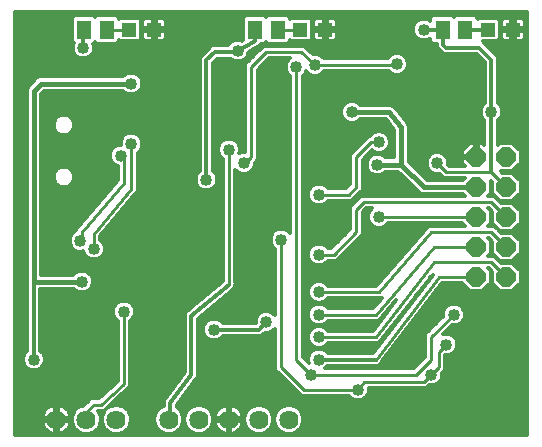
<source format=gbl>
G75*
G70*
%OFA0B0*%
%FSLAX24Y24*%
%IPPOS*%
%LPD*%
%AMOC8*
5,1,8,0,0,1.08239X$1,22.5*
%
%ADD10R,0.0512X0.0630*%
%ADD11R,0.0472X0.0472*%
%ADD12C,0.0640*%
%ADD13OC8,0.0640*%
%ADD14C,0.0120*%
%ADD15C,0.0400*%
%ADD16C,0.0100*%
%ADD17C,0.0140*%
%ADD18C,0.0160*%
D10*
X004983Y018539D03*
X005731Y018539D03*
X010683Y018539D03*
X011431Y018539D03*
X016933Y018539D03*
X017681Y018539D03*
D11*
X018443Y018539D03*
X019270Y018539D03*
X013020Y018539D03*
X012193Y018539D03*
X007320Y018539D03*
X006493Y018539D03*
D12*
X006057Y005539D03*
X005057Y005539D03*
X004057Y005539D03*
X007807Y005539D03*
X008807Y005539D03*
X009807Y005539D03*
X010807Y005539D03*
X011807Y005539D03*
D13*
X018057Y010289D03*
X018057Y011289D03*
X019057Y011289D03*
X019057Y010289D03*
X019057Y012289D03*
X019057Y013289D03*
X019057Y014289D03*
X018057Y014289D03*
X018057Y013289D03*
X018057Y012289D03*
D14*
X002668Y019114D02*
X002668Y005039D01*
X019745Y005039D01*
X019745Y019114D01*
X002668Y019114D01*
X002668Y019047D02*
X019745Y019047D01*
X019745Y018928D02*
X019579Y018928D01*
X019572Y018935D02*
X019328Y018935D01*
X019328Y018597D01*
X019212Y018597D01*
X019212Y018935D01*
X018967Y018935D01*
X018874Y018841D01*
X018874Y018597D01*
X019212Y018597D01*
X019212Y018480D01*
X019328Y018480D01*
X019328Y018142D01*
X019572Y018142D01*
X019666Y018236D01*
X019666Y018480D01*
X019328Y018480D01*
X019328Y018597D01*
X019666Y018597D01*
X019666Y018841D01*
X019572Y018935D01*
X019666Y018809D02*
X019745Y018809D01*
X019745Y018691D02*
X019666Y018691D01*
X019745Y018572D02*
X019328Y018572D01*
X019212Y018572D02*
X018839Y018572D01*
X018874Y018480D02*
X018874Y018236D01*
X018967Y018142D01*
X019212Y018142D01*
X019212Y018480D01*
X018874Y018480D01*
X018874Y018454D02*
X018839Y018454D01*
X018839Y018335D02*
X018874Y018335D01*
X018839Y018236D02*
X018746Y018142D01*
X018264Y018142D01*
X018376Y018030D01*
X018376Y018030D01*
X018648Y017759D01*
X018648Y017759D01*
X018776Y017630D01*
X018776Y016078D01*
X018862Y015992D01*
X018916Y015860D01*
X018916Y015717D01*
X018862Y015585D01*
X018786Y015509D01*
X018786Y014697D01*
X018858Y014769D01*
X019255Y014769D01*
X019536Y014487D01*
X019536Y014090D01*
X019255Y013809D01*
X018862Y013809D01*
X018902Y013769D01*
X019255Y013769D01*
X019536Y013487D01*
X019536Y013090D01*
X019255Y012809D01*
X018858Y012809D01*
X018577Y013090D01*
X018577Y013443D01*
X018536Y013483D01*
X018536Y013090D01*
X018445Y012999D01*
X018470Y012999D01*
X018644Y012999D01*
X018874Y012769D01*
X019255Y012769D01*
X019536Y012487D01*
X019536Y012090D01*
X019255Y011809D01*
X018858Y011809D01*
X018577Y012090D01*
X018577Y012472D01*
X018470Y012579D01*
X018445Y012579D01*
X018536Y012487D01*
X018536Y012090D01*
X018445Y011999D01*
X018644Y011999D01*
X018766Y011876D01*
X018874Y011769D01*
X019255Y011769D01*
X019536Y011487D01*
X019536Y011090D01*
X019255Y010809D01*
X018858Y010809D01*
X018577Y011090D01*
X018577Y011472D01*
X018470Y011579D01*
X018445Y011579D01*
X018536Y011487D01*
X018536Y011090D01*
X018445Y010999D01*
X018644Y010999D01*
X018766Y010876D01*
X018874Y010769D01*
X019255Y010769D01*
X019536Y010487D01*
X019536Y010090D01*
X019255Y009809D01*
X018858Y009809D01*
X018577Y010090D01*
X018577Y010472D01*
X018470Y010579D01*
X018445Y010579D01*
X018536Y010487D01*
X018536Y010090D01*
X018255Y009809D01*
X017858Y009809D01*
X017588Y010079D01*
X016910Y010079D01*
X014926Y007481D01*
X014926Y007447D01*
X014798Y007319D01*
X013096Y007319D01*
X013026Y007249D01*
X015970Y007249D01*
X016347Y007626D01*
X016347Y008202D01*
X016347Y008376D01*
X016947Y008976D01*
X016947Y009110D01*
X017001Y009242D01*
X017103Y009344D01*
X017235Y009399D01*
X017378Y009399D01*
X017510Y009344D01*
X017612Y009242D01*
X017666Y009110D01*
X017666Y008967D01*
X017612Y008835D01*
X017510Y008733D01*
X019745Y008733D01*
X019745Y008615D02*
X017180Y008615D01*
X017244Y008679D02*
X017378Y008679D01*
X017510Y008733D01*
X017619Y008852D02*
X019745Y008852D01*
X019745Y008970D02*
X017666Y008970D01*
X017666Y009089D02*
X019745Y009089D01*
X019745Y009207D02*
X017626Y009207D01*
X017528Y009326D02*
X019745Y009326D01*
X019745Y009445D02*
X016426Y009445D01*
X016517Y009563D02*
X019745Y009563D01*
X019745Y009682D02*
X016607Y009682D01*
X016698Y009800D02*
X019745Y009800D01*
X019745Y009919D02*
X019365Y009919D01*
X019484Y010037D02*
X019745Y010037D01*
X019745Y010156D02*
X019536Y010156D01*
X019536Y010274D02*
X019745Y010274D01*
X019745Y010393D02*
X019536Y010393D01*
X019512Y010511D02*
X019745Y010511D01*
X019745Y010630D02*
X019394Y010630D01*
X019275Y010749D02*
X019745Y010749D01*
X019745Y010867D02*
X019314Y010867D01*
X019432Y010986D02*
X019745Y010986D01*
X019745Y011104D02*
X019536Y011104D01*
X019536Y011223D02*
X019745Y011223D01*
X019745Y011341D02*
X019536Y011341D01*
X019536Y011460D02*
X019745Y011460D01*
X019745Y011578D02*
X019446Y011578D01*
X019327Y011697D02*
X019745Y011697D01*
X019745Y011815D02*
X019262Y011815D01*
X019381Y011934D02*
X019745Y011934D01*
X019745Y012053D02*
X019499Y012053D01*
X019536Y012171D02*
X019745Y012171D01*
X019745Y012290D02*
X019536Y012290D01*
X019536Y012408D02*
X019745Y012408D01*
X019745Y012527D02*
X019497Y012527D01*
X019379Y012645D02*
X019745Y012645D01*
X019745Y012764D02*
X019260Y012764D01*
X019329Y012882D02*
X019745Y012882D01*
X019745Y013001D02*
X019448Y013001D01*
X019536Y013119D02*
X019745Y013119D01*
X019745Y013238D02*
X019536Y013238D01*
X019536Y013356D02*
X019745Y013356D01*
X019745Y013475D02*
X019536Y013475D01*
X019430Y013594D02*
X019745Y013594D01*
X019745Y013712D02*
X019312Y013712D01*
X019277Y013831D02*
X019745Y013831D01*
X019745Y013949D02*
X019396Y013949D01*
X019514Y014068D02*
X019745Y014068D01*
X019745Y014186D02*
X019536Y014186D01*
X019536Y014305D02*
X019745Y014305D01*
X019745Y014423D02*
X019536Y014423D01*
X019482Y014542D02*
X019745Y014542D01*
X019745Y014660D02*
X019363Y014660D01*
X019745Y014779D02*
X018786Y014779D01*
X018786Y014898D02*
X019745Y014898D01*
X019745Y015016D02*
X018786Y015016D01*
X018786Y015135D02*
X019745Y015135D01*
X019745Y015253D02*
X018786Y015253D01*
X018786Y015372D02*
X019745Y015372D01*
X019745Y015490D02*
X018786Y015490D01*
X018872Y015609D02*
X019745Y015609D01*
X019745Y015727D02*
X018916Y015727D01*
X018916Y015846D02*
X019745Y015846D01*
X019745Y015964D02*
X018873Y015964D01*
X018776Y016083D02*
X019745Y016083D01*
X019745Y016202D02*
X018776Y016202D01*
X018776Y016320D02*
X019745Y016320D01*
X019745Y016439D02*
X018776Y016439D01*
X018776Y016557D02*
X019745Y016557D01*
X019745Y016676D02*
X018776Y016676D01*
X018776Y016794D02*
X019745Y016794D01*
X019745Y016913D02*
X018776Y016913D01*
X018776Y017031D02*
X019745Y017031D01*
X019745Y017150D02*
X018776Y017150D01*
X018776Y017268D02*
X019745Y017268D01*
X019745Y017387D02*
X018776Y017387D01*
X018776Y017506D02*
X019745Y017506D01*
X019745Y017624D02*
X018776Y017624D01*
X018664Y017743D02*
X019745Y017743D01*
X019745Y017861D02*
X018545Y017861D01*
X018426Y017980D02*
X019745Y017980D01*
X019745Y018098D02*
X018308Y018098D01*
X018157Y017939D02*
X018557Y017539D01*
X018557Y015789D01*
X018327Y015509D02*
X018251Y015585D01*
X018197Y015717D01*
X018197Y015860D01*
X018251Y015992D01*
X018337Y016078D01*
X018337Y017447D01*
X018065Y017719D01*
X017148Y017719D01*
X016965Y017719D01*
X016865Y017819D01*
X016737Y017947D01*
X016737Y018064D01*
X016610Y018064D01*
X016517Y018157D01*
X016517Y018240D01*
X016510Y018233D01*
X016378Y018179D01*
X016235Y018179D01*
X016103Y018233D01*
X016001Y018335D01*
X013416Y018335D01*
X013416Y018236D02*
X013416Y018480D01*
X013078Y018480D01*
X013078Y018142D01*
X013322Y018142D01*
X013416Y018236D01*
X013397Y018217D02*
X016143Y018217D01*
X016001Y018335D02*
X015947Y018467D01*
X015947Y018610D01*
X016001Y018742D01*
X016103Y018844D01*
X016235Y018899D01*
X016378Y018899D01*
X016510Y018844D01*
X016517Y018838D01*
X016517Y018920D01*
X016610Y019014D01*
X017255Y019014D01*
X017307Y018962D01*
X017358Y019014D01*
X018003Y019014D01*
X018096Y018920D01*
X018096Y018891D01*
X018141Y018935D01*
X018746Y018935D01*
X018839Y018841D01*
X018839Y018236D01*
X018820Y018217D02*
X018893Y018217D01*
X019212Y018217D02*
X019328Y018217D01*
X019328Y018335D02*
X019212Y018335D01*
X019212Y018454D02*
X019328Y018454D01*
X019328Y018691D02*
X019212Y018691D01*
X019212Y018809D02*
X019328Y018809D01*
X019328Y018928D02*
X019212Y018928D01*
X018961Y018928D02*
X018752Y018928D01*
X018839Y018809D02*
X018874Y018809D01*
X018874Y018691D02*
X018839Y018691D01*
X018443Y018539D02*
X017681Y018539D01*
X018088Y018928D02*
X018134Y018928D01*
X018157Y017939D02*
X017057Y017939D01*
X016957Y018039D01*
X016957Y018515D01*
X016933Y018539D01*
X016307Y018539D01*
X016068Y018809D02*
X013416Y018809D01*
X013416Y018841D02*
X013322Y018935D01*
X013078Y018935D01*
X013078Y018597D01*
X012962Y018597D01*
X012962Y018935D01*
X012717Y018935D01*
X012624Y018841D01*
X012624Y018597D01*
X012962Y018597D01*
X012962Y018480D01*
X013078Y018480D01*
X013078Y018597D01*
X013416Y018597D01*
X013416Y018841D01*
X013329Y018928D02*
X016525Y018928D01*
X015980Y018691D02*
X013416Y018691D01*
X013416Y018454D02*
X015952Y018454D01*
X015947Y018572D02*
X013078Y018572D01*
X012962Y018572D02*
X012589Y018572D01*
X012624Y018480D02*
X012624Y018236D01*
X012717Y018142D01*
X012962Y018142D01*
X012962Y018480D01*
X012624Y018480D01*
X012624Y018454D02*
X012589Y018454D01*
X012589Y018335D02*
X012624Y018335D01*
X012589Y018236D02*
X012589Y018841D01*
X012496Y018935D01*
X011891Y018935D01*
X011846Y018891D01*
X011846Y018920D01*
X011753Y019014D01*
X011108Y019014D01*
X011057Y018962D01*
X011005Y019014D01*
X010360Y019014D01*
X010267Y018920D01*
X010267Y018182D01*
X010246Y018170D01*
X010178Y018199D01*
X010035Y018199D01*
X009903Y018144D01*
X009801Y018042D01*
X009787Y018009D01*
X009424Y018009D01*
X009241Y018009D01*
X008837Y017604D01*
X008837Y017421D01*
X008837Y013828D01*
X008751Y013742D01*
X008697Y013610D01*
X008697Y013467D01*
X008751Y013335D01*
X008853Y013233D01*
X008985Y013179D01*
X009128Y013179D01*
X009260Y013233D01*
X009362Y013335D01*
X009416Y013467D01*
X009416Y013610D01*
X009362Y013742D01*
X009276Y013828D01*
X009276Y017421D01*
X009424Y017569D01*
X009867Y017569D01*
X009903Y017533D01*
X010035Y017479D01*
X010178Y017479D01*
X010310Y017533D01*
X010412Y017635D01*
X010466Y017767D01*
X010466Y017790D01*
X010740Y017945D01*
X010774Y017945D01*
X010817Y017988D01*
X010870Y018018D01*
X010879Y018050D01*
X010893Y018064D01*
X011005Y018064D01*
X011057Y018115D01*
X011108Y018064D01*
X011753Y018064D01*
X011846Y018157D01*
X011846Y018187D01*
X011891Y018142D01*
X012496Y018142D01*
X012589Y018236D01*
X012570Y018217D02*
X012643Y018217D01*
X012353Y017941D02*
X012295Y017999D01*
X012289Y017999D01*
X012284Y018003D01*
X012202Y017999D01*
X010970Y017999D01*
X010847Y017876D01*
X010347Y017376D01*
X010347Y017202D01*
X010347Y014449D01*
X010235Y014449D01*
X010143Y014411D01*
X010166Y014467D01*
X010166Y014610D01*
X010112Y014742D01*
X010010Y014844D01*
X009878Y014899D01*
X009735Y014899D01*
X009603Y014844D01*
X009501Y014742D01*
X009447Y014610D01*
X009447Y014467D01*
X009501Y014335D01*
X009597Y014239D01*
X009597Y010149D01*
X008476Y009209D01*
X008465Y009209D01*
X008408Y009151D01*
X008345Y009098D01*
X008344Y009087D01*
X008337Y009080D01*
X008337Y008998D01*
X008329Y008917D01*
X008337Y008908D01*
X008337Y007111D01*
X007689Y006232D01*
X007637Y006180D01*
X007637Y006161D01*
X007625Y006146D01*
X007637Y006072D01*
X007637Y005988D01*
X007535Y005945D01*
X007400Y005810D01*
X007327Y005634D01*
X007327Y005443D01*
X007400Y005267D01*
X007535Y005132D01*
X007711Y005059D01*
X007902Y005059D01*
X008078Y005132D01*
X008213Y005267D01*
X008286Y005443D01*
X008286Y005634D01*
X008213Y005810D01*
X008078Y005945D01*
X008076Y005946D01*
X008076Y006016D01*
X008724Y006895D01*
X008776Y006947D01*
X008776Y006966D01*
X008788Y006981D01*
X008776Y007055D01*
X008776Y008886D01*
X010018Y009929D01*
X010034Y010110D01*
X010016Y010131D01*
X010016Y013870D01*
X010103Y013783D01*
X010235Y013729D01*
X010378Y013729D01*
X010510Y013783D01*
X010612Y013885D01*
X010666Y014017D01*
X010666Y014102D01*
X010766Y014202D01*
X010766Y017202D01*
X011144Y017579D01*
X011837Y017579D01*
X011751Y017492D01*
X011697Y017360D01*
X011697Y017217D01*
X011751Y017085D01*
X011847Y016989D01*
X011847Y011758D01*
X011760Y011844D01*
X011628Y011899D01*
X011485Y011899D01*
X011353Y011844D01*
X011251Y011742D01*
X011197Y011610D01*
X011197Y011467D01*
X011251Y011335D01*
X011347Y011239D01*
X011347Y009008D01*
X011260Y009094D01*
X011128Y009149D01*
X010985Y009149D01*
X010853Y009094D01*
X010751Y008992D01*
X010697Y008860D01*
X010697Y008759D01*
X009596Y008759D01*
X009510Y008844D01*
X009378Y008899D01*
X009235Y008899D01*
X009103Y008844D01*
X009001Y008742D01*
X008947Y008610D01*
X008947Y008467D01*
X009001Y008335D01*
X009103Y008233D01*
X009235Y008179D01*
X009378Y008179D01*
X009510Y008233D01*
X009596Y008319D01*
X010715Y008319D01*
X010898Y008319D01*
X011008Y008429D01*
X011128Y008429D01*
X011260Y008483D01*
X011347Y008570D01*
X011347Y007376D01*
X011347Y007202D01*
X012097Y006452D01*
X012220Y006329D01*
X013807Y006329D01*
X013903Y006233D01*
X014035Y006179D01*
X014178Y006179D01*
X014310Y006233D01*
X014412Y006335D01*
X014466Y006467D01*
X014466Y006579D01*
X016394Y006579D01*
X016494Y006679D01*
X016628Y006679D01*
X016760Y006733D01*
X016862Y006835D01*
X016916Y006967D01*
X016916Y007102D01*
X017016Y007202D01*
X017016Y007376D01*
X017016Y007679D01*
X017128Y007679D01*
X017260Y007733D01*
X017362Y007835D01*
X017416Y007967D01*
X017416Y008110D01*
X017362Y008242D01*
X017260Y008344D01*
X017128Y008399D01*
X016985Y008399D01*
X016948Y008383D01*
X017244Y008679D01*
X017061Y008496D02*
X019745Y008496D01*
X019745Y008378D02*
X017179Y008378D01*
X017345Y008259D02*
X019745Y008259D01*
X019745Y008141D02*
X017404Y008141D01*
X017416Y008022D02*
X019745Y008022D01*
X019745Y007904D02*
X017390Y007904D01*
X017312Y007785D02*
X019745Y007785D01*
X019745Y007666D02*
X017016Y007666D01*
X017016Y007548D02*
X019745Y007548D01*
X019745Y007429D02*
X017016Y007429D01*
X017016Y007311D02*
X019745Y007311D01*
X019745Y007192D02*
X017007Y007192D01*
X016916Y007074D02*
X019745Y007074D01*
X019745Y006955D02*
X016912Y006955D01*
X016862Y006837D02*
X019745Y006837D01*
X019745Y006718D02*
X016723Y006718D01*
X016414Y006600D02*
X019745Y006600D01*
X019745Y006481D02*
X014466Y006481D01*
X014423Y006362D02*
X019745Y006362D01*
X019745Y006244D02*
X014321Y006244D01*
X013892Y006244D02*
X008244Y006244D01*
X008157Y006125D02*
X019745Y006125D01*
X019745Y006007D02*
X011930Y006007D01*
X011902Y006019D02*
X011711Y006019D01*
X011535Y005945D01*
X011400Y005810D01*
X011327Y005634D01*
X011327Y005443D01*
X011400Y005267D01*
X011535Y005132D01*
X011711Y005059D01*
X011902Y005059D01*
X012078Y005132D01*
X012213Y005267D01*
X012286Y005443D01*
X012286Y005634D01*
X012213Y005810D01*
X012078Y005945D01*
X011902Y006019D01*
X011683Y006007D02*
X010930Y006007D01*
X010902Y006019D02*
X010711Y006019D01*
X010535Y005945D01*
X010400Y005810D01*
X010327Y005634D01*
X010327Y005443D01*
X010400Y005267D01*
X010535Y005132D01*
X010711Y005059D01*
X010902Y005059D01*
X011078Y005132D01*
X011213Y005267D01*
X011286Y005443D01*
X011286Y005634D01*
X011213Y005810D01*
X011078Y005945D01*
X010902Y006019D01*
X010683Y006007D02*
X009930Y006007D01*
X009902Y006019D02*
X009847Y006019D01*
X009847Y005579D01*
X010286Y005579D01*
X010286Y005634D01*
X010213Y005810D01*
X010078Y005945D01*
X009902Y006019D01*
X009847Y006007D02*
X009766Y006007D01*
X009766Y006019D02*
X009711Y006019D01*
X009535Y005945D01*
X009400Y005810D01*
X009327Y005634D01*
X009327Y005579D01*
X009766Y005579D01*
X009766Y005499D01*
X009327Y005499D01*
X009327Y005443D01*
X009400Y005267D01*
X009535Y005132D01*
X009711Y005059D01*
X009766Y005059D01*
X009766Y005498D01*
X009847Y005498D01*
X009847Y005499D02*
X009847Y005579D01*
X009766Y005579D01*
X009766Y006019D01*
X009683Y006007D02*
X008930Y006007D01*
X008902Y006019D02*
X008711Y006019D01*
X008535Y005945D01*
X008400Y005810D01*
X008327Y005634D01*
X008327Y005443D01*
X008400Y005267D01*
X008535Y005132D01*
X008711Y005059D01*
X008902Y005059D01*
X009078Y005132D01*
X009213Y005267D01*
X009286Y005443D01*
X009286Y005634D01*
X009213Y005810D01*
X009078Y005945D01*
X008902Y006019D01*
X008683Y006007D02*
X008076Y006007D01*
X008136Y005888D02*
X008477Y005888D01*
X008383Y005770D02*
X008230Y005770D01*
X008279Y005651D02*
X008334Y005651D01*
X008327Y005533D02*
X008286Y005533D01*
X008274Y005414D02*
X008339Y005414D01*
X008388Y005296D02*
X008225Y005296D01*
X008124Y005177D02*
X008489Y005177D01*
X009124Y005177D02*
X009489Y005177D01*
X009388Y005296D02*
X009225Y005296D01*
X009274Y005414D02*
X009339Y005414D01*
X009286Y005533D02*
X009766Y005533D01*
X009847Y005533D02*
X010327Y005533D01*
X010286Y005499D02*
X009847Y005499D01*
X009847Y005498D02*
X009847Y005059D01*
X009902Y005059D01*
X010078Y005132D01*
X010213Y005267D01*
X010286Y005443D01*
X010286Y005499D01*
X010274Y005414D02*
X010339Y005414D01*
X010388Y005296D02*
X010225Y005296D01*
X010124Y005177D02*
X010489Y005177D01*
X010334Y005651D02*
X010279Y005651D01*
X010230Y005770D02*
X010383Y005770D01*
X010477Y005888D02*
X010136Y005888D01*
X009847Y005888D02*
X009766Y005888D01*
X009766Y005770D02*
X009847Y005770D01*
X009847Y005651D02*
X009766Y005651D01*
X009766Y005414D02*
X009847Y005414D01*
X009847Y005296D02*
X009766Y005296D01*
X009766Y005177D02*
X009847Y005177D01*
X009334Y005651D02*
X009279Y005651D01*
X009230Y005770D02*
X009383Y005770D01*
X009477Y005888D02*
X009136Y005888D01*
X008419Y006481D02*
X012067Y006481D01*
X011949Y006600D02*
X008506Y006600D01*
X008594Y006718D02*
X011830Y006718D01*
X011711Y006837D02*
X008681Y006837D01*
X008776Y006955D02*
X011593Y006955D01*
X011474Y007074D02*
X008776Y007074D01*
X008776Y007192D02*
X011356Y007192D01*
X011347Y007311D02*
X008776Y007311D01*
X008776Y007429D02*
X011347Y007429D01*
X011347Y007548D02*
X008776Y007548D01*
X008776Y007666D02*
X011347Y007666D01*
X011347Y007785D02*
X008776Y007785D01*
X008776Y007904D02*
X011347Y007904D01*
X011347Y008022D02*
X008776Y008022D01*
X008776Y008141D02*
X011347Y008141D01*
X011347Y008259D02*
X009536Y008259D01*
X009307Y008539D02*
X010807Y008539D01*
X011057Y008789D01*
X010742Y008970D02*
X008877Y008970D01*
X008776Y008852D02*
X009122Y008852D01*
X008998Y008733D02*
X008776Y008733D01*
X008776Y008615D02*
X008948Y008615D01*
X008947Y008496D02*
X008776Y008496D01*
X008776Y008378D02*
X008984Y008378D01*
X009077Y008259D02*
X008776Y008259D01*
X008337Y008259D02*
X006516Y008259D01*
X006516Y008141D02*
X008337Y008141D01*
X008337Y008022D02*
X006516Y008022D01*
X006516Y007904D02*
X008337Y007904D01*
X008337Y007785D02*
X006516Y007785D01*
X006516Y007666D02*
X008337Y007666D01*
X008337Y007548D02*
X006516Y007548D01*
X006516Y007429D02*
X008337Y007429D01*
X008337Y007311D02*
X006516Y007311D01*
X006516Y007192D02*
X008337Y007192D01*
X008309Y007074D02*
X006516Y007074D01*
X006516Y006955D02*
X008222Y006955D01*
X008134Y006837D02*
X006516Y006837D01*
X006516Y006821D02*
X006516Y008839D01*
X006612Y008935D01*
X006666Y009067D01*
X006666Y009210D01*
X006612Y009342D01*
X006510Y009444D01*
X006378Y009499D01*
X006235Y009499D01*
X006103Y009444D01*
X006001Y009342D01*
X005947Y009210D01*
X005947Y009067D01*
X006001Y008935D01*
X006097Y008839D01*
X006097Y006830D01*
X005474Y006249D01*
X005394Y006249D01*
X005220Y006249D01*
X004990Y006019D01*
X004961Y006019D01*
X004785Y005945D01*
X004650Y005810D01*
X004577Y005634D01*
X004577Y005443D01*
X004650Y005267D01*
X004785Y005132D01*
X004961Y005059D01*
X005152Y005059D01*
X005328Y005132D01*
X005463Y005267D01*
X005536Y005443D01*
X005536Y005634D01*
X005463Y005810D01*
X005445Y005829D01*
X005553Y005829D01*
X005636Y005826D01*
X005639Y005829D01*
X005644Y005829D01*
X005702Y005887D01*
X006389Y006529D01*
X006394Y006529D01*
X006453Y006588D01*
X006513Y006644D01*
X006514Y006649D01*
X006516Y006652D01*
X006516Y006735D01*
X006519Y006818D01*
X006516Y006821D01*
X006516Y006718D02*
X008047Y006718D01*
X007960Y006600D02*
X006465Y006600D01*
X006338Y006481D02*
X007872Y006481D01*
X007785Y006362D02*
X006211Y006362D01*
X006084Y006244D02*
X007698Y006244D01*
X007628Y006125D02*
X005957Y006125D01*
X005961Y006019D02*
X005785Y005945D01*
X005650Y005810D01*
X005577Y005634D01*
X005577Y005443D01*
X005650Y005267D01*
X005785Y005132D01*
X005961Y005059D01*
X006152Y005059D01*
X006328Y005132D01*
X006463Y005267D01*
X006536Y005443D01*
X006536Y005634D01*
X006463Y005810D01*
X006328Y005945D01*
X006152Y006019D01*
X005961Y006019D01*
X005933Y006007D02*
X005830Y006007D01*
X005727Y005888D02*
X005703Y005888D01*
X005633Y005770D02*
X005480Y005770D01*
X005529Y005651D02*
X005584Y005651D01*
X005577Y005533D02*
X005536Y005533D01*
X005524Y005414D02*
X005589Y005414D01*
X005638Y005296D02*
X005475Y005296D01*
X005374Y005177D02*
X005739Y005177D01*
X006374Y005177D02*
X007489Y005177D01*
X007388Y005296D02*
X006475Y005296D01*
X006524Y005414D02*
X007339Y005414D01*
X007327Y005533D02*
X006536Y005533D01*
X006529Y005651D02*
X007334Y005651D01*
X007383Y005770D02*
X006480Y005770D01*
X006386Y005888D02*
X007477Y005888D01*
X007637Y006007D02*
X006180Y006007D01*
X005723Y006481D02*
X002668Y006481D01*
X002668Y006600D02*
X005850Y006600D01*
X005977Y006718D02*
X002668Y006718D01*
X002668Y006837D02*
X006097Y006837D01*
X006097Y006955D02*
X002668Y006955D01*
X002668Y007074D02*
X006097Y007074D01*
X006097Y007192D02*
X003411Y007192D01*
X003378Y007179D02*
X003510Y007233D01*
X003612Y007335D01*
X003666Y007467D01*
X003666Y007610D01*
X003612Y007742D01*
X003526Y007828D01*
X003526Y009882D01*
X004654Y009882D01*
X004703Y009833D01*
X004835Y009779D01*
X004978Y009779D01*
X005110Y009833D01*
X005212Y009935D01*
X005266Y010067D01*
X005266Y010210D01*
X005212Y010342D01*
X005110Y010444D01*
X004978Y010499D01*
X004835Y010499D01*
X004703Y010444D01*
X004621Y010362D01*
X003546Y010362D01*
X003546Y016389D01*
X003656Y016499D01*
X006287Y016499D01*
X006353Y016433D01*
X006485Y016379D01*
X006628Y016379D01*
X006760Y016433D01*
X006862Y016535D01*
X006916Y016667D01*
X006916Y016810D01*
X006862Y016942D01*
X006760Y017044D01*
X006628Y017099D01*
X006485Y017099D01*
X006353Y017044D01*
X006287Y016979D01*
X003509Y016979D01*
X003421Y016942D01*
X003353Y016875D01*
X003171Y016692D01*
X003171Y016692D01*
X003103Y016625D01*
X003067Y016536D01*
X003067Y010170D01*
X003067Y010075D01*
X003087Y010026D01*
X003087Y007828D01*
X003001Y007742D01*
X002947Y007610D01*
X002947Y007467D01*
X003001Y007335D01*
X003103Y007233D01*
X003235Y007179D01*
X003378Y007179D01*
X003202Y007192D02*
X002668Y007192D01*
X002668Y007311D02*
X003025Y007311D01*
X002962Y007429D02*
X002668Y007429D01*
X002668Y007548D02*
X002947Y007548D01*
X002970Y007666D02*
X002668Y007666D01*
X002668Y007785D02*
X003044Y007785D01*
X003087Y007904D02*
X002668Y007904D01*
X002668Y008022D02*
X003087Y008022D01*
X003087Y008141D02*
X002668Y008141D01*
X002668Y008259D02*
X003087Y008259D01*
X003087Y008378D02*
X002668Y008378D01*
X002668Y008496D02*
X003087Y008496D01*
X003087Y008615D02*
X002668Y008615D01*
X002668Y008733D02*
X003087Y008733D01*
X003087Y008852D02*
X002668Y008852D01*
X002668Y008970D02*
X003087Y008970D01*
X003087Y009089D02*
X002668Y009089D01*
X002668Y009207D02*
X003087Y009207D01*
X003087Y009326D02*
X002668Y009326D01*
X002668Y009445D02*
X003087Y009445D01*
X003087Y009563D02*
X002668Y009563D01*
X002668Y009682D02*
X003087Y009682D01*
X003087Y009800D02*
X002668Y009800D01*
X002668Y009919D02*
X003087Y009919D01*
X003082Y010037D02*
X002668Y010037D01*
X002668Y010156D02*
X003067Y010156D01*
X003067Y010274D02*
X002668Y010274D01*
X002668Y010393D02*
X003067Y010393D01*
X003067Y010511D02*
X002668Y010511D01*
X002668Y010630D02*
X003067Y010630D01*
X003067Y010749D02*
X002668Y010749D01*
X002668Y010867D02*
X003067Y010867D01*
X003067Y010986D02*
X002668Y010986D01*
X002668Y011104D02*
X003067Y011104D01*
X003067Y011223D02*
X002668Y011223D01*
X002668Y011341D02*
X003067Y011341D01*
X003067Y011460D02*
X002668Y011460D01*
X002668Y011578D02*
X003067Y011578D01*
X003067Y011697D02*
X002668Y011697D01*
X002668Y011815D02*
X003067Y011815D01*
X003067Y011934D02*
X002668Y011934D01*
X002668Y012053D02*
X003067Y012053D01*
X003067Y012171D02*
X002668Y012171D01*
X002668Y012290D02*
X003067Y012290D01*
X003067Y012408D02*
X002668Y012408D01*
X002668Y012527D02*
X003067Y012527D01*
X003067Y012645D02*
X002668Y012645D01*
X002668Y012764D02*
X003067Y012764D01*
X003067Y012882D02*
X002668Y012882D01*
X002668Y013001D02*
X003067Y013001D01*
X003067Y013119D02*
X002668Y013119D01*
X002668Y013238D02*
X003067Y013238D01*
X003067Y013356D02*
X002668Y013356D01*
X002668Y013475D02*
X003067Y013475D01*
X003067Y013594D02*
X002668Y013594D01*
X002668Y013712D02*
X003067Y013712D01*
X003067Y013831D02*
X002668Y013831D01*
X002668Y013949D02*
X003067Y013949D01*
X003067Y014068D02*
X002668Y014068D01*
X002668Y014186D02*
X003067Y014186D01*
X003067Y014305D02*
X002668Y014305D01*
X002668Y014423D02*
X003067Y014423D01*
X003067Y014542D02*
X002668Y014542D01*
X002668Y014660D02*
X003067Y014660D01*
X003067Y014779D02*
X002668Y014779D01*
X002668Y014898D02*
X003067Y014898D01*
X003067Y015016D02*
X002668Y015016D01*
X002668Y015135D02*
X003067Y015135D01*
X003067Y015253D02*
X002668Y015253D01*
X002668Y015372D02*
X003067Y015372D01*
X003067Y015490D02*
X002668Y015490D01*
X002668Y015609D02*
X003067Y015609D01*
X003067Y015727D02*
X002668Y015727D01*
X002668Y015846D02*
X003067Y015846D01*
X003067Y015964D02*
X002668Y015964D01*
X002668Y016083D02*
X003067Y016083D01*
X003067Y016202D02*
X002668Y016202D01*
X002668Y016320D02*
X003067Y016320D01*
X003067Y016439D02*
X002668Y016439D01*
X002668Y016557D02*
X003075Y016557D01*
X003154Y016676D02*
X002668Y016676D01*
X002668Y016794D02*
X003273Y016794D01*
X003391Y016913D02*
X002668Y016913D01*
X002668Y017031D02*
X006340Y017031D01*
X006773Y017031D02*
X008837Y017031D01*
X008837Y016913D02*
X006874Y016913D01*
X006916Y016794D02*
X008837Y016794D01*
X008837Y016676D02*
X006916Y016676D01*
X006871Y016557D02*
X008837Y016557D01*
X008837Y016439D02*
X006766Y016439D01*
X006347Y016439D02*
X003596Y016439D01*
X003546Y016320D02*
X008837Y016320D01*
X008837Y016202D02*
X003546Y016202D01*
X003546Y016083D02*
X008837Y016083D01*
X008837Y015964D02*
X003546Y015964D01*
X003546Y015846D02*
X008837Y015846D01*
X008837Y015727D02*
X003546Y015727D01*
X003546Y015609D02*
X004084Y015609D01*
X004116Y015641D02*
X004021Y015546D01*
X003969Y015422D01*
X003969Y015288D01*
X004021Y015164D01*
X004116Y015069D01*
X004239Y015018D01*
X004374Y015018D01*
X004498Y015069D01*
X004592Y015164D01*
X004644Y015288D01*
X004644Y015422D01*
X004592Y015546D01*
X004498Y015641D01*
X004374Y015692D01*
X004239Y015692D01*
X004116Y015641D01*
X003998Y015490D02*
X003546Y015490D01*
X003546Y015372D02*
X003969Y015372D01*
X003984Y015253D02*
X003546Y015253D01*
X003546Y015135D02*
X004050Y015135D01*
X004563Y015135D02*
X008837Y015135D01*
X008837Y015253D02*
X004629Y015253D01*
X004644Y015372D02*
X008837Y015372D01*
X008837Y015490D02*
X004615Y015490D01*
X004529Y015609D02*
X008837Y015609D01*
X009276Y015609D02*
X010347Y015609D01*
X010347Y015727D02*
X009276Y015727D01*
X009276Y015846D02*
X010347Y015846D01*
X010347Y015964D02*
X009276Y015964D01*
X009276Y016083D02*
X010347Y016083D01*
X010347Y016202D02*
X009276Y016202D01*
X009276Y016320D02*
X010347Y016320D01*
X010347Y016439D02*
X009276Y016439D01*
X009276Y016557D02*
X010347Y016557D01*
X010347Y016676D02*
X009276Y016676D01*
X009276Y016794D02*
X010347Y016794D01*
X010347Y016913D02*
X009276Y016913D01*
X009276Y017031D02*
X010347Y017031D01*
X010347Y017150D02*
X009276Y017150D01*
X009276Y017268D02*
X010347Y017268D01*
X010358Y017387D02*
X009276Y017387D01*
X009361Y017506D02*
X009970Y017506D01*
X010243Y017506D02*
X010476Y017506D01*
X010401Y017624D02*
X010595Y017624D01*
X010714Y017743D02*
X010456Y017743D01*
X010593Y017861D02*
X010832Y017861D01*
X010809Y017980D02*
X010951Y017980D01*
X011039Y018098D02*
X011074Y018098D01*
X010683Y018165D02*
X010107Y017839D01*
X010057Y017789D01*
X009333Y017789D01*
X009057Y017513D01*
X009057Y013539D01*
X009374Y013712D02*
X009597Y013712D01*
X009597Y013594D02*
X009416Y013594D01*
X009416Y013475D02*
X009597Y013475D01*
X009597Y013356D02*
X009371Y013356D01*
X009265Y013238D02*
X009597Y013238D01*
X009597Y013119D02*
X006734Y013119D01*
X006712Y013097D02*
X006766Y013152D01*
X006766Y013163D01*
X006774Y013171D01*
X006766Y013248D01*
X006766Y014439D01*
X006862Y014535D01*
X006916Y014667D01*
X006916Y014810D01*
X006862Y014942D01*
X006760Y015044D01*
X006628Y015099D01*
X006485Y015099D01*
X006353Y015044D01*
X006251Y014942D01*
X006197Y014810D01*
X006197Y014699D01*
X006135Y014699D01*
X006003Y014644D01*
X005901Y014542D01*
X003546Y014542D01*
X003546Y014660D02*
X006043Y014660D01*
X005901Y014542D02*
X005847Y014410D01*
X005847Y014267D01*
X005901Y014135D01*
X006003Y014033D01*
X006097Y013994D01*
X006097Y013516D01*
X004752Y011931D01*
X004697Y011876D01*
X004697Y011866D01*
X004690Y011858D01*
X004694Y011811D01*
X004653Y011794D01*
X004551Y011692D01*
X004497Y011560D01*
X004497Y011417D01*
X004551Y011285D01*
X004653Y011183D01*
X004785Y011129D01*
X004928Y011129D01*
X004957Y011141D01*
X005001Y011035D01*
X005103Y010933D01*
X005235Y010879D01*
X005378Y010879D01*
X005510Y010933D01*
X005612Y011035D01*
X005666Y011167D01*
X005666Y011310D01*
X005612Y011442D01*
X005516Y011538D01*
X005516Y011663D01*
X006712Y013097D01*
X006632Y013001D02*
X009597Y013001D01*
X009597Y012882D02*
X006533Y012882D01*
X006434Y012764D02*
X009597Y012764D01*
X009597Y012645D02*
X006335Y012645D01*
X006237Y012527D02*
X009597Y012527D01*
X009597Y012408D02*
X006138Y012408D01*
X006039Y012290D02*
X009597Y012290D01*
X009597Y012171D02*
X005940Y012171D01*
X005841Y012053D02*
X009597Y012053D01*
X009597Y011934D02*
X005743Y011934D01*
X005644Y011815D02*
X009597Y011815D01*
X009597Y011697D02*
X005545Y011697D01*
X005516Y011578D02*
X009597Y011578D01*
X009597Y011460D02*
X005594Y011460D01*
X005654Y011341D02*
X009597Y011341D01*
X009597Y011223D02*
X005666Y011223D01*
X005640Y011104D02*
X009597Y011104D01*
X009597Y010986D02*
X005563Y010986D01*
X005050Y010986D02*
X003546Y010986D01*
X003546Y011104D02*
X004973Y011104D01*
X004613Y011223D02*
X003546Y011223D01*
X003546Y011341D02*
X004528Y011341D01*
X004497Y011460D02*
X003546Y011460D01*
X003546Y011578D02*
X004504Y011578D01*
X004556Y011697D02*
X003546Y011697D01*
X003546Y011815D02*
X004694Y011815D01*
X004755Y011934D02*
X003546Y011934D01*
X003546Y012053D02*
X004855Y012053D01*
X004956Y012171D02*
X003546Y012171D01*
X003546Y012290D02*
X005056Y012290D01*
X005157Y012408D02*
X003546Y012408D01*
X003546Y012527D02*
X005257Y012527D01*
X005358Y012645D02*
X003546Y012645D01*
X003546Y012764D02*
X005459Y012764D01*
X005559Y012882D02*
X003546Y012882D01*
X003546Y013001D02*
X005660Y013001D01*
X005760Y013119D02*
X003546Y013119D01*
X003546Y013238D02*
X005861Y013238D01*
X005962Y013356D02*
X004517Y013356D01*
X004498Y013337D02*
X004592Y013431D01*
X004644Y013555D01*
X004644Y013689D01*
X004592Y013813D01*
X004498Y013908D01*
X004374Y013960D01*
X004239Y013960D01*
X004116Y013908D01*
X004021Y013813D01*
X003969Y013689D01*
X003969Y013555D01*
X004021Y013431D01*
X004116Y013337D01*
X004239Y013285D01*
X004374Y013285D01*
X004498Y013337D01*
X004610Y013475D02*
X006062Y013475D01*
X006097Y013594D02*
X004644Y013594D01*
X004634Y013712D02*
X006097Y013712D01*
X006097Y013831D02*
X004575Y013831D01*
X004399Y013949D02*
X006097Y013949D01*
X005968Y014068D02*
X003546Y014068D01*
X003546Y014186D02*
X005880Y014186D01*
X005847Y014305D02*
X003546Y014305D01*
X003546Y014423D02*
X005852Y014423D01*
X006197Y014779D02*
X003546Y014779D01*
X003546Y014898D02*
X006233Y014898D01*
X006325Y015016D02*
X003546Y015016D01*
X003546Y013949D02*
X004214Y013949D01*
X004038Y013831D02*
X003546Y013831D01*
X003546Y013712D02*
X003979Y013712D01*
X003969Y013594D02*
X003546Y013594D01*
X003546Y013475D02*
X004003Y013475D01*
X004096Y013356D02*
X003546Y013356D01*
X003546Y010867D02*
X009597Y010867D01*
X009597Y010749D02*
X003546Y010749D01*
X003546Y010630D02*
X009597Y010630D01*
X009597Y010511D02*
X003546Y010511D01*
X003546Y010393D02*
X004652Y010393D01*
X005161Y010393D02*
X009597Y010393D01*
X009597Y010274D02*
X005240Y010274D01*
X005266Y010156D02*
X009597Y010156D01*
X009463Y010037D02*
X005254Y010037D01*
X005196Y009919D02*
X009322Y009919D01*
X009181Y009800D02*
X005030Y009800D01*
X004783Y009800D02*
X003526Y009800D01*
X003526Y009682D02*
X009040Y009682D01*
X008898Y009563D02*
X003526Y009563D01*
X003526Y009445D02*
X006105Y009445D01*
X005995Y009326D02*
X003526Y009326D01*
X003526Y009207D02*
X005947Y009207D01*
X005947Y009089D02*
X003526Y009089D01*
X003526Y008970D02*
X005986Y008970D01*
X006084Y008852D02*
X003526Y008852D01*
X003526Y008733D02*
X006097Y008733D01*
X006097Y008615D02*
X003526Y008615D01*
X003526Y008496D02*
X006097Y008496D01*
X006097Y008378D02*
X003526Y008378D01*
X003526Y008259D02*
X006097Y008259D01*
X006097Y008141D02*
X003526Y008141D01*
X003526Y008022D02*
X006097Y008022D01*
X006097Y007904D02*
X003526Y007904D01*
X003569Y007785D02*
X006097Y007785D01*
X006097Y007666D02*
X003643Y007666D01*
X003666Y007548D02*
X006097Y007548D01*
X006097Y007429D02*
X003651Y007429D01*
X003588Y007311D02*
X006097Y007311D01*
X005596Y006362D02*
X002668Y006362D01*
X002668Y006244D02*
X005215Y006244D01*
X005096Y006125D02*
X002668Y006125D01*
X002668Y006007D02*
X003933Y006007D01*
X003961Y006019D02*
X003785Y005945D01*
X003650Y005810D01*
X003577Y005634D01*
X003577Y005579D01*
X004016Y005579D01*
X004016Y005499D01*
X003577Y005499D01*
X003577Y005443D01*
X003650Y005267D01*
X003785Y005132D01*
X003961Y005059D01*
X004016Y005059D01*
X004016Y005498D01*
X004097Y005498D01*
X004097Y005499D02*
X004097Y005579D01*
X004536Y005579D01*
X004536Y005634D01*
X004463Y005810D01*
X004328Y005945D01*
X004152Y006019D01*
X004097Y006019D01*
X004097Y005579D01*
X004016Y005579D01*
X004016Y006019D01*
X003961Y006019D01*
X004016Y006007D02*
X004097Y006007D01*
X004180Y006007D02*
X004933Y006007D01*
X004727Y005888D02*
X004386Y005888D01*
X004480Y005770D02*
X004633Y005770D01*
X004584Y005651D02*
X004529Y005651D01*
X004577Y005533D02*
X004097Y005533D01*
X004097Y005499D02*
X004536Y005499D01*
X004536Y005443D01*
X004463Y005267D01*
X004328Y005132D01*
X004152Y005059D01*
X004097Y005059D01*
X004097Y005498D01*
X004097Y005414D02*
X004016Y005414D01*
X004016Y005296D02*
X004097Y005296D01*
X004097Y005177D02*
X004016Y005177D01*
X003739Y005177D02*
X002668Y005177D01*
X002668Y005296D02*
X003638Y005296D01*
X003589Y005414D02*
X002668Y005414D01*
X002668Y005533D02*
X004016Y005533D01*
X004016Y005651D02*
X004097Y005651D01*
X004097Y005770D02*
X004016Y005770D01*
X004016Y005888D02*
X004097Y005888D01*
X003727Y005888D02*
X002668Y005888D01*
X002668Y005770D02*
X003633Y005770D01*
X003584Y005651D02*
X002668Y005651D01*
X002668Y005058D02*
X019745Y005058D01*
X019745Y005177D02*
X012124Y005177D01*
X012225Y005296D02*
X019745Y005296D01*
X019745Y005414D02*
X012274Y005414D01*
X012286Y005533D02*
X019745Y005533D01*
X019745Y005651D02*
X012279Y005651D01*
X012230Y005770D02*
X019745Y005770D01*
X019745Y005888D02*
X012136Y005888D01*
X012186Y006362D02*
X008332Y006362D01*
X007857Y006089D02*
X007857Y005589D01*
X007857Y006089D02*
X008557Y007039D01*
X008557Y008989D01*
X009807Y010039D01*
X010027Y010037D02*
X011347Y010037D01*
X011347Y009919D02*
X010006Y009919D01*
X009865Y009800D02*
X011347Y009800D01*
X011347Y009682D02*
X009724Y009682D01*
X009583Y009563D02*
X011347Y009563D01*
X011347Y009445D02*
X009441Y009445D01*
X009300Y009326D02*
X011347Y009326D01*
X011347Y009207D02*
X009159Y009207D01*
X009018Y009089D02*
X010848Y009089D01*
X010697Y008852D02*
X009491Y008852D01*
X008757Y009445D02*
X006508Y009445D01*
X006619Y009326D02*
X008616Y009326D01*
X008464Y009207D02*
X006666Y009207D01*
X006666Y009089D02*
X008344Y009089D01*
X008334Y008970D02*
X006626Y008970D01*
X006529Y008852D02*
X008337Y008852D01*
X008337Y008733D02*
X006516Y008733D01*
X006516Y008615D02*
X008337Y008615D01*
X008337Y008496D02*
X006516Y008496D01*
X006516Y008378D02*
X008337Y008378D01*
X010016Y010156D02*
X011347Y010156D01*
X011347Y010274D02*
X010016Y010274D01*
X010016Y010393D02*
X011347Y010393D01*
X011347Y010511D02*
X010016Y010511D01*
X010016Y010630D02*
X011347Y010630D01*
X011347Y010749D02*
X010016Y010749D01*
X010016Y010867D02*
X011347Y010867D01*
X011347Y010986D02*
X010016Y010986D01*
X010016Y011104D02*
X011347Y011104D01*
X011347Y011223D02*
X010016Y011223D01*
X010016Y011341D02*
X011249Y011341D01*
X011199Y011460D02*
X010016Y011460D01*
X010016Y011578D02*
X011197Y011578D01*
X011232Y011697D02*
X010016Y011697D01*
X010016Y011815D02*
X011324Y011815D01*
X011789Y011815D02*
X011847Y011815D01*
X011847Y011934D02*
X010016Y011934D01*
X010016Y012053D02*
X011847Y012053D01*
X011847Y012171D02*
X010016Y012171D01*
X010016Y012290D02*
X011847Y012290D01*
X011847Y012408D02*
X010016Y012408D01*
X010016Y012527D02*
X011847Y012527D01*
X011847Y012645D02*
X010016Y012645D01*
X010016Y012764D02*
X011847Y012764D01*
X011847Y012882D02*
X010016Y012882D01*
X010016Y013001D02*
X011847Y013001D01*
X011847Y013119D02*
X010016Y013119D01*
X010016Y013238D02*
X011847Y013238D01*
X011847Y013356D02*
X010016Y013356D01*
X010016Y013475D02*
X011847Y013475D01*
X011847Y013594D02*
X010016Y013594D01*
X010016Y013712D02*
X011847Y013712D01*
X011847Y013831D02*
X010558Y013831D01*
X010638Y013949D02*
X011847Y013949D01*
X011847Y014068D02*
X010666Y014068D01*
X010751Y014186D02*
X011847Y014186D01*
X011847Y014305D02*
X010766Y014305D01*
X010766Y014423D02*
X011847Y014423D01*
X011847Y014542D02*
X010766Y014542D01*
X010766Y014660D02*
X011847Y014660D01*
X011847Y014779D02*
X010766Y014779D01*
X010766Y014898D02*
X011847Y014898D01*
X011847Y015016D02*
X010766Y015016D01*
X010766Y015135D02*
X011847Y015135D01*
X011847Y015253D02*
X010766Y015253D01*
X010766Y015372D02*
X011847Y015372D01*
X011847Y015490D02*
X010766Y015490D01*
X010766Y015609D02*
X011847Y015609D01*
X011847Y015727D02*
X010766Y015727D01*
X010766Y015846D02*
X011847Y015846D01*
X011847Y015964D02*
X010766Y015964D01*
X010766Y016083D02*
X011847Y016083D01*
X011847Y016202D02*
X010766Y016202D01*
X010766Y016320D02*
X011847Y016320D01*
X011847Y016439D02*
X010766Y016439D01*
X010766Y016557D02*
X011847Y016557D01*
X011847Y016676D02*
X010766Y016676D01*
X010766Y016794D02*
X011847Y016794D01*
X011847Y016913D02*
X010766Y016913D01*
X010766Y017031D02*
X011805Y017031D01*
X011724Y017150D02*
X010766Y017150D01*
X010833Y017268D02*
X011697Y017268D01*
X011708Y017387D02*
X010952Y017387D01*
X011070Y017506D02*
X011764Y017506D01*
X011787Y018098D02*
X016576Y018098D01*
X016517Y018217D02*
X016470Y018217D01*
X016737Y017980D02*
X012314Y017980D01*
X012353Y017941D02*
X012600Y017720D01*
X012611Y017725D01*
X012754Y017725D01*
X012886Y017670D01*
X012982Y017575D01*
X015094Y017575D01*
X015101Y017592D01*
X015203Y017694D01*
X015335Y017749D01*
X015478Y017749D01*
X015610Y017694D01*
X015712Y017592D01*
X015766Y017460D01*
X015766Y017317D01*
X015712Y017185D01*
X015610Y017083D01*
X015478Y017029D01*
X015335Y017029D01*
X015203Y017083D01*
X015131Y017155D01*
X012982Y017155D01*
X012886Y017059D01*
X012754Y017005D01*
X012611Y017005D01*
X012479Y017059D01*
X012389Y017149D01*
X012362Y017085D01*
X012266Y016989D01*
X012266Y007626D01*
X012462Y007430D01*
X012447Y007467D01*
X012447Y007610D01*
X012501Y007742D01*
X012603Y007844D01*
X012735Y007899D01*
X012878Y007899D01*
X013010Y007844D01*
X013096Y007759D01*
X014610Y007759D01*
X016597Y010360D01*
X016597Y010370D01*
X014916Y008216D01*
X014916Y008202D01*
X014864Y008149D01*
X014819Y008091D01*
X014804Y008089D01*
X014794Y008079D01*
X014720Y008079D01*
X014646Y008069D01*
X014634Y008079D01*
X013106Y008079D01*
X013010Y007983D01*
X012878Y007929D01*
X012735Y007929D01*
X012603Y007983D01*
X012501Y008085D01*
X012447Y008217D01*
X012447Y008360D01*
X012501Y008492D01*
X012603Y008594D01*
X012735Y008649D01*
X012878Y008649D01*
X013010Y008594D01*
X013106Y008499D01*
X014604Y008499D01*
X015393Y009510D01*
X014916Y008960D01*
X014916Y008952D01*
X014860Y008895D01*
X014808Y008835D01*
X014800Y008835D01*
X014794Y008829D01*
X014714Y008829D01*
X014635Y008823D01*
X014628Y008829D01*
X013106Y008829D01*
X013010Y008733D01*
X014787Y008733D01*
X014823Y008852D02*
X014880Y008852D01*
X014925Y008970D02*
X014972Y008970D01*
X015028Y009089D02*
X015065Y009089D01*
X015131Y009207D02*
X015157Y009207D01*
X015233Y009326D02*
X015249Y009326D01*
X015336Y009445D02*
X015342Y009445D01*
X015690Y009207D02*
X015717Y009207D01*
X015782Y009326D02*
X015807Y009326D01*
X015874Y009445D02*
X015898Y009445D01*
X015967Y009563D02*
X015988Y009563D01*
X016059Y009682D02*
X016079Y009682D01*
X016152Y009800D02*
X016169Y009800D01*
X016244Y009919D02*
X016260Y009919D01*
X016337Y010037D02*
X016350Y010037D01*
X016429Y010156D02*
X016441Y010156D01*
X016522Y010274D02*
X016531Y010274D01*
X016879Y010037D02*
X017629Y010037D01*
X017748Y009919D02*
X016788Y009919D01*
X017085Y009326D02*
X016336Y009326D01*
X016245Y009207D02*
X016987Y009207D01*
X016947Y009089D02*
X016155Y009089D01*
X016064Y008970D02*
X016941Y008970D01*
X016823Y008852D02*
X015974Y008852D01*
X015883Y008733D02*
X016704Y008733D01*
X016586Y008615D02*
X015793Y008615D01*
X015702Y008496D02*
X016467Y008496D01*
X016349Y008378D02*
X015611Y008378D01*
X015521Y008259D02*
X016347Y008259D01*
X016347Y008141D02*
X015430Y008141D01*
X015340Y008022D02*
X016347Y008022D01*
X016347Y007904D02*
X015249Y007904D01*
X015159Y007785D02*
X016347Y007785D01*
X016347Y007666D02*
X015068Y007666D01*
X014978Y007548D02*
X016269Y007548D01*
X016150Y007429D02*
X014908Y007429D01*
X014707Y007539D02*
X012807Y007539D01*
X013069Y007785D02*
X014631Y007785D01*
X014721Y007904D02*
X012266Y007904D01*
X012266Y008022D02*
X012564Y008022D01*
X012478Y008141D02*
X012266Y008141D01*
X012266Y008259D02*
X012447Y008259D01*
X012454Y008378D02*
X012266Y008378D01*
X012266Y008496D02*
X012505Y008496D01*
X012653Y008615D02*
X012266Y008615D01*
X012266Y008733D02*
X012603Y008733D01*
X012735Y008679D01*
X012878Y008679D01*
X013010Y008733D01*
X012960Y008615D02*
X014695Y008615D01*
X015042Y008378D02*
X015083Y008378D01*
X015135Y008496D02*
X015174Y008496D01*
X015227Y008615D02*
X015264Y008615D01*
X015320Y008733D02*
X015355Y008733D01*
X015412Y008852D02*
X015445Y008852D01*
X015505Y008970D02*
X015536Y008970D01*
X015597Y009089D02*
X015626Y009089D01*
X014902Y009584D02*
X014611Y009249D01*
X013106Y009249D01*
X013010Y009344D01*
X012878Y009399D01*
X012735Y009399D01*
X012603Y009344D01*
X012501Y009242D01*
X012447Y009110D01*
X012447Y008967D01*
X012501Y008835D01*
X012603Y008733D01*
X012494Y008852D02*
X012266Y008852D01*
X012266Y008970D02*
X012447Y008970D01*
X012447Y009089D02*
X012266Y009089D01*
X012266Y009207D02*
X012487Y009207D01*
X012585Y009326D02*
X012266Y009326D01*
X012266Y009445D02*
X012696Y009445D01*
X012735Y009429D02*
X012603Y009483D01*
X012501Y009585D01*
X012447Y009717D01*
X012447Y009860D01*
X012501Y009992D01*
X012603Y010094D01*
X012735Y010149D01*
X012878Y010149D01*
X013010Y010094D01*
X013106Y009999D01*
X014711Y009999D01*
X016347Y011867D01*
X016347Y011876D01*
X016403Y011932D01*
X016456Y011992D01*
X016464Y011993D01*
X016470Y011999D01*
X016550Y011999D01*
X016629Y012004D01*
X016635Y011999D01*
X017668Y011999D01*
X017588Y012079D01*
X015106Y012079D01*
X015010Y011983D01*
X014878Y011929D01*
X014735Y011929D01*
X014603Y011983D01*
X014501Y012085D01*
X014447Y012217D01*
X014447Y012360D01*
X014501Y012492D01*
X014587Y012579D01*
X014394Y012579D01*
X014266Y012452D01*
X014266Y011702D01*
X014144Y011579D01*
X013394Y010829D01*
X013220Y010829D01*
X013106Y010829D01*
X013010Y010733D01*
X012878Y010679D01*
X012735Y010679D01*
X012603Y010733D01*
X012501Y010835D01*
X012447Y010967D01*
X012447Y011110D01*
X012501Y011242D01*
X012603Y011344D01*
X012735Y011399D01*
X012878Y011399D01*
X013010Y011344D01*
X013106Y011249D01*
X013220Y011249D01*
X013847Y011876D01*
X013847Y012452D01*
X013847Y012626D01*
X014097Y012876D01*
X014220Y012999D01*
X017668Y012999D01*
X017618Y013049D01*
X016259Y013049D01*
X016171Y013085D01*
X016103Y013153D01*
X015457Y013799D01*
X015026Y013799D01*
X014960Y013733D01*
X014828Y013679D01*
X014685Y013679D01*
X014553Y013733D01*
X014451Y013835D01*
X014397Y013967D01*
X014397Y014110D01*
X014451Y014242D01*
X014553Y014344D01*
X014685Y014399D01*
X014828Y014399D01*
X014960Y014344D01*
X015026Y014279D01*
X015317Y014279D01*
X015317Y015204D01*
X015041Y015549D01*
X014176Y015549D01*
X014110Y015483D01*
X013978Y015429D01*
X013835Y015429D01*
X013703Y015483D01*
X013601Y015585D01*
X013547Y015717D01*
X013547Y015860D01*
X013601Y015992D01*
X013703Y016094D01*
X013835Y016149D01*
X013978Y016149D01*
X014110Y016094D01*
X014176Y016029D01*
X015122Y016029D01*
X015136Y016032D01*
X015170Y016029D01*
X015204Y016029D01*
X015217Y016023D01*
X015230Y016022D01*
X015261Y016005D01*
X015292Y015992D01*
X015302Y015982D01*
X015314Y015976D01*
X015336Y015949D01*
X015360Y015925D01*
X015365Y015912D01*
X015736Y015449D01*
X015760Y015425D01*
X015765Y015412D01*
X015774Y015401D01*
X015783Y015368D01*
X015796Y015336D01*
X015796Y015323D01*
X015800Y015310D01*
X015796Y015275D01*
X015796Y014138D01*
X016406Y013529D01*
X017618Y013529D01*
X017668Y013579D01*
X017144Y013579D01*
X016970Y013579D01*
X016820Y013729D01*
X016685Y013729D01*
X016553Y013783D01*
X016451Y013885D01*
X016397Y014017D01*
X016397Y014160D01*
X016451Y014292D01*
X016553Y014394D01*
X016685Y014449D01*
X016828Y014449D01*
X016960Y014394D01*
X017062Y014292D01*
X017116Y014160D01*
X017116Y014026D01*
X017144Y013999D01*
X017668Y013999D01*
X017577Y014090D01*
X017577Y014249D01*
X018016Y014249D01*
X018016Y014329D01*
X017577Y014329D01*
X017577Y014487D01*
X017858Y014769D01*
X018016Y014769D01*
X018016Y014329D01*
X018097Y014329D01*
X018097Y014769D01*
X018255Y014769D01*
X018327Y014697D01*
X018327Y015509D01*
X018327Y015490D02*
X015702Y015490D01*
X015782Y015372D02*
X018327Y015372D01*
X018327Y015253D02*
X015796Y015253D01*
X015796Y015135D02*
X018327Y015135D01*
X018327Y015016D02*
X015796Y015016D01*
X015796Y014898D02*
X018327Y014898D01*
X018327Y014779D02*
X015796Y014779D01*
X015796Y014660D02*
X017750Y014660D01*
X017631Y014542D02*
X015796Y014542D01*
X015796Y014423D02*
X016624Y014423D01*
X016464Y014305D02*
X015796Y014305D01*
X015796Y014186D02*
X016407Y014186D01*
X016397Y014068D02*
X015867Y014068D01*
X015985Y013949D02*
X016425Y013949D01*
X016505Y013831D02*
X016104Y013831D01*
X016222Y013712D02*
X016836Y013712D01*
X016955Y013594D02*
X016341Y013594D01*
X016018Y013238D02*
X014266Y013238D01*
X014266Y013202D02*
X014266Y013376D01*
X014266Y014202D01*
X014575Y014511D01*
X014603Y014483D01*
X014735Y014429D01*
X014878Y014429D01*
X015010Y014483D01*
X015112Y014585D01*
X015166Y014717D01*
X015166Y014860D01*
X015112Y014992D01*
X015010Y015094D01*
X014878Y015149D01*
X014735Y015149D01*
X014603Y015094D01*
X014507Y014999D01*
X014470Y014999D01*
X013970Y014499D01*
X013847Y014376D01*
X013847Y013376D01*
X013720Y013249D01*
X013106Y013249D01*
X013010Y013344D01*
X012878Y013399D01*
X012735Y013399D01*
X012603Y013344D01*
X012501Y013242D01*
X012447Y013110D01*
X012447Y012967D01*
X012501Y012835D01*
X012603Y012733D01*
X012735Y012679D01*
X012878Y012679D01*
X013010Y012733D01*
X013106Y012829D01*
X013894Y012829D01*
X014016Y012952D01*
X014266Y013202D01*
X014184Y013119D02*
X016136Y013119D01*
X015899Y013356D02*
X014266Y013356D01*
X014266Y013475D02*
X015781Y013475D01*
X015662Y013594D02*
X014266Y013594D01*
X014266Y013712D02*
X014604Y013712D01*
X014455Y013831D02*
X014266Y013831D01*
X014266Y013949D02*
X014404Y013949D01*
X014397Y014068D02*
X014266Y014068D01*
X014266Y014186D02*
X014428Y014186D01*
X014370Y014305D02*
X014514Y014305D01*
X014488Y014423D02*
X015317Y014423D01*
X015317Y014305D02*
X014999Y014305D01*
X015069Y014542D02*
X015317Y014542D01*
X015317Y014660D02*
X015143Y014660D01*
X015166Y014779D02*
X015317Y014779D01*
X015317Y014898D02*
X015151Y014898D01*
X015088Y015016D02*
X015317Y015016D01*
X015317Y015135D02*
X014912Y015135D01*
X014701Y015135D02*
X012266Y015135D01*
X012266Y015253D02*
X015277Y015253D01*
X015183Y015372D02*
X012266Y015372D01*
X012266Y015490D02*
X013696Y015490D01*
X013591Y015609D02*
X012266Y015609D01*
X012266Y015727D02*
X013547Y015727D01*
X013547Y015846D02*
X012266Y015846D01*
X012266Y015964D02*
X013590Y015964D01*
X013692Y016083D02*
X012266Y016083D01*
X012266Y016202D02*
X018337Y016202D01*
X018337Y016320D02*
X012266Y016320D01*
X012266Y016439D02*
X018337Y016439D01*
X018337Y016557D02*
X012266Y016557D01*
X012266Y016676D02*
X018337Y016676D01*
X018337Y016794D02*
X012266Y016794D01*
X012266Y016913D02*
X018337Y016913D01*
X018337Y017031D02*
X015485Y017031D01*
X015328Y017031D02*
X012819Y017031D01*
X012977Y017150D02*
X015136Y017150D01*
X015133Y017624D02*
X012932Y017624D01*
X012575Y017743D02*
X015321Y017743D01*
X015493Y017743D02*
X016941Y017743D01*
X016823Y017861D02*
X012442Y017861D01*
X012962Y018217D02*
X013078Y018217D01*
X013078Y018335D02*
X012962Y018335D01*
X012962Y018454D02*
X013078Y018454D01*
X013078Y018691D02*
X012962Y018691D01*
X012962Y018809D02*
X013078Y018809D01*
X013078Y018928D02*
X012962Y018928D01*
X012711Y018928D02*
X012502Y018928D01*
X012589Y018809D02*
X012624Y018809D01*
X012624Y018691D02*
X012589Y018691D01*
X011884Y018928D02*
X011838Y018928D01*
X010683Y018539D02*
X010683Y018165D01*
X010267Y018217D02*
X007697Y018217D01*
X007716Y018236D02*
X007716Y018480D01*
X007378Y018480D01*
X007378Y018142D01*
X007622Y018142D01*
X007716Y018236D01*
X007716Y018335D02*
X010267Y018335D01*
X010267Y018454D02*
X007716Y018454D01*
X007716Y018597D02*
X007716Y018841D01*
X007622Y018935D01*
X007378Y018935D01*
X007378Y018597D01*
X007262Y018597D01*
X007262Y018935D01*
X007017Y018935D01*
X006924Y018841D01*
X006924Y018597D01*
X007262Y018597D01*
X007262Y018480D01*
X007378Y018480D01*
X007378Y018597D01*
X007716Y018597D01*
X007716Y018691D02*
X010267Y018691D01*
X010267Y018809D02*
X007716Y018809D01*
X007629Y018928D02*
X010275Y018928D01*
X010267Y018572D02*
X007378Y018572D01*
X007262Y018572D02*
X006889Y018572D01*
X006924Y018480D02*
X006924Y018236D01*
X007017Y018142D01*
X007262Y018142D01*
X007262Y018480D01*
X006924Y018480D01*
X006924Y018454D02*
X006889Y018454D01*
X006889Y018335D02*
X006924Y018335D01*
X006889Y018236D02*
X006889Y018841D01*
X006796Y018935D01*
X006191Y018935D01*
X006146Y018891D01*
X006146Y018920D01*
X006053Y019014D01*
X005408Y019014D01*
X005357Y018962D01*
X005305Y019014D01*
X004660Y019014D01*
X004567Y018920D01*
X004567Y018157D01*
X004631Y018093D01*
X004597Y018010D01*
X004597Y017867D01*
X004651Y017735D01*
X004753Y017633D01*
X004885Y017579D01*
X005028Y017579D01*
X005160Y017633D01*
X005262Y017735D01*
X005316Y017867D01*
X005316Y018010D01*
X005294Y018064D01*
X005305Y018064D01*
X005357Y018115D01*
X005408Y018064D01*
X006053Y018064D01*
X006146Y018157D01*
X006146Y018187D01*
X006191Y018142D01*
X006796Y018142D01*
X006889Y018236D01*
X006870Y018217D02*
X006943Y018217D01*
X007262Y018217D02*
X007378Y018217D01*
X007378Y018335D02*
X007262Y018335D01*
X007262Y018454D02*
X007378Y018454D01*
X007378Y018691D02*
X007262Y018691D01*
X007262Y018809D02*
X007378Y018809D01*
X007378Y018928D02*
X007262Y018928D01*
X007011Y018928D02*
X006802Y018928D01*
X006889Y018809D02*
X006924Y018809D01*
X006924Y018691D02*
X006889Y018691D01*
X006184Y018928D02*
X006138Y018928D01*
X006087Y018098D02*
X009857Y018098D01*
X009213Y017980D02*
X005316Y017980D01*
X005314Y017861D02*
X009094Y017861D01*
X008975Y017743D02*
X005265Y017743D01*
X005138Y017624D02*
X008857Y017624D01*
X008837Y017506D02*
X002668Y017506D01*
X002668Y017624D02*
X004775Y017624D01*
X004648Y017743D02*
X002668Y017743D01*
X002668Y017861D02*
X004599Y017861D01*
X004597Y017980D02*
X002668Y017980D01*
X002668Y018098D02*
X004626Y018098D01*
X004567Y018217D02*
X002668Y018217D01*
X002668Y018335D02*
X004567Y018335D01*
X004567Y018454D02*
X002668Y018454D01*
X002668Y018572D02*
X004567Y018572D01*
X004567Y018691D02*
X002668Y018691D01*
X002668Y018809D02*
X004567Y018809D01*
X004575Y018928D02*
X002668Y018928D01*
X002668Y017387D02*
X008837Y017387D01*
X008837Y017268D02*
X002668Y017268D01*
X002668Y017150D02*
X008837Y017150D01*
X009276Y015490D02*
X010347Y015490D01*
X010347Y015372D02*
X009276Y015372D01*
X009276Y015253D02*
X010347Y015253D01*
X010347Y015135D02*
X009276Y015135D01*
X009276Y015016D02*
X010347Y015016D01*
X010347Y014898D02*
X009881Y014898D01*
X009733Y014898D02*
X009276Y014898D01*
X009276Y014779D02*
X009538Y014779D01*
X009467Y014660D02*
X009276Y014660D01*
X009276Y014542D02*
X009447Y014542D01*
X009465Y014423D02*
X009276Y014423D01*
X009276Y014305D02*
X009531Y014305D01*
X009597Y014186D02*
X009276Y014186D01*
X009276Y014068D02*
X009597Y014068D01*
X009597Y013949D02*
X009276Y013949D01*
X009276Y013831D02*
X009597Y013831D01*
X010016Y013831D02*
X010055Y013831D01*
X010307Y014089D02*
X010357Y014039D01*
X010174Y014423D02*
X010148Y014423D01*
X010166Y014542D02*
X010347Y014542D01*
X010347Y014660D02*
X010146Y014660D01*
X010075Y014779D02*
X010347Y014779D01*
X008837Y014779D02*
X006916Y014779D01*
X006914Y014660D02*
X008837Y014660D01*
X008837Y014542D02*
X006865Y014542D01*
X006766Y014423D02*
X008837Y014423D01*
X008837Y014305D02*
X006766Y014305D01*
X006766Y014186D02*
X008837Y014186D01*
X008837Y014068D02*
X006766Y014068D01*
X006766Y013949D02*
X008837Y013949D01*
X008837Y013831D02*
X006766Y013831D01*
X006766Y013712D02*
X008739Y013712D01*
X008697Y013594D02*
X006766Y013594D01*
X006766Y013475D02*
X008697Y013475D01*
X008742Y013356D02*
X006766Y013356D01*
X006767Y013238D02*
X008848Y013238D01*
X008837Y014898D02*
X006880Y014898D01*
X006788Y015016D02*
X008837Y015016D01*
X012266Y015016D02*
X014525Y015016D01*
X014369Y014898D02*
X012266Y014898D01*
X012266Y014779D02*
X014250Y014779D01*
X014131Y014660D02*
X012266Y014660D01*
X012266Y014542D02*
X014013Y014542D01*
X013894Y014423D02*
X012266Y014423D01*
X012266Y014305D02*
X013847Y014305D01*
X013847Y014186D02*
X012266Y014186D01*
X012266Y014068D02*
X013847Y014068D01*
X013847Y013949D02*
X012266Y013949D01*
X012266Y013831D02*
X013847Y013831D01*
X013847Y013712D02*
X012266Y013712D01*
X012266Y013594D02*
X013847Y013594D01*
X013847Y013475D02*
X012266Y013475D01*
X012266Y013356D02*
X012633Y013356D01*
X012499Y013238D02*
X012266Y013238D01*
X012266Y013119D02*
X012450Y013119D01*
X012447Y013001D02*
X012266Y013001D01*
X012266Y012882D02*
X012482Y012882D01*
X012572Y012764D02*
X012266Y012764D01*
X012266Y012645D02*
X013866Y012645D01*
X013847Y012527D02*
X012266Y012527D01*
X012266Y012408D02*
X013847Y012408D01*
X013847Y012290D02*
X012266Y012290D01*
X012266Y012171D02*
X013847Y012171D01*
X013847Y012053D02*
X012266Y012053D01*
X012266Y011934D02*
X013847Y011934D01*
X013786Y011815D02*
X012266Y011815D01*
X012266Y011697D02*
X013668Y011697D01*
X013549Y011578D02*
X012266Y011578D01*
X012266Y011460D02*
X013431Y011460D01*
X013312Y011341D02*
X013013Y011341D01*
X012600Y011341D02*
X012266Y011341D01*
X012266Y011223D02*
X012493Y011223D01*
X012447Y011104D02*
X012266Y011104D01*
X012266Y010986D02*
X012447Y010986D01*
X012488Y010867D02*
X012266Y010867D01*
X012266Y010749D02*
X012587Y010749D01*
X012266Y010630D02*
X015264Y010630D01*
X015368Y010749D02*
X013026Y010749D01*
X013432Y010867D02*
X015471Y010867D01*
X015575Y010986D02*
X013551Y010986D01*
X013669Y011104D02*
X015679Y011104D01*
X015782Y011223D02*
X013788Y011223D01*
X013906Y011341D02*
X015886Y011341D01*
X015990Y011460D02*
X014025Y011460D01*
X014143Y011578D02*
X016094Y011578D01*
X016197Y011697D02*
X014262Y011697D01*
X014266Y011815D02*
X016301Y011815D01*
X016405Y011934D02*
X014891Y011934D01*
X014722Y011934D02*
X014266Y011934D01*
X014266Y012053D02*
X014533Y012053D01*
X014466Y012171D02*
X014266Y012171D01*
X014266Y012290D02*
X014447Y012290D01*
X014466Y012408D02*
X014266Y012408D01*
X014342Y012527D02*
X014536Y012527D01*
X014103Y012882D02*
X013947Y012882D01*
X013985Y012764D02*
X013041Y012764D01*
X012980Y013356D02*
X013827Y013356D01*
X014066Y013001D02*
X017665Y013001D01*
X018448Y013001D02*
X018665Y013001D01*
X018577Y013119D02*
X018536Y013119D01*
X018536Y013238D02*
X018577Y013238D01*
X018577Y013356D02*
X018536Y013356D01*
X018536Y013475D02*
X018545Y013475D01*
X018760Y012882D02*
X018784Y012882D01*
X018521Y012527D02*
X018497Y012527D01*
X018536Y012408D02*
X018577Y012408D01*
X018577Y012290D02*
X018536Y012290D01*
X018536Y012171D02*
X018577Y012171D01*
X018614Y012053D02*
X018499Y012053D01*
X018708Y011934D02*
X018732Y011934D01*
X018827Y011815D02*
X018851Y011815D01*
X018470Y011578D02*
X018446Y011578D01*
X018536Y011460D02*
X018577Y011460D01*
X018577Y011341D02*
X018536Y011341D01*
X018536Y011223D02*
X018577Y011223D01*
X018577Y011104D02*
X018536Y011104D01*
X018656Y010986D02*
X018681Y010986D01*
X018775Y010867D02*
X018799Y010867D01*
X018537Y010511D02*
X018512Y010511D01*
X018536Y010393D02*
X018577Y010393D01*
X018577Y010274D02*
X018536Y010274D01*
X018536Y010156D02*
X018577Y010156D01*
X018629Y010037D02*
X018484Y010037D01*
X018365Y009919D02*
X018748Y009919D01*
X017614Y012053D02*
X015080Y012053D01*
X015160Y010511D02*
X012266Y010511D01*
X012266Y010393D02*
X015056Y010393D01*
X014953Y010274D02*
X012266Y010274D01*
X012266Y010156D02*
X014849Y010156D01*
X014745Y010037D02*
X013067Y010037D01*
X012546Y010037D02*
X012266Y010037D01*
X012266Y009919D02*
X012471Y009919D01*
X012447Y009800D02*
X012266Y009800D01*
X012266Y009682D02*
X012461Y009682D01*
X012523Y009563D02*
X012266Y009563D01*
X012735Y009429D02*
X012878Y009429D01*
X013010Y009483D01*
X013106Y009579D01*
X014728Y009579D01*
X014734Y009573D01*
X014813Y009579D01*
X014894Y009579D01*
X014899Y009584D01*
X014902Y009584D01*
X014883Y009563D02*
X013090Y009563D01*
X012917Y009445D02*
X014781Y009445D01*
X014678Y009326D02*
X013028Y009326D01*
X013049Y008022D02*
X014812Y008022D01*
X014857Y008141D02*
X014902Y008141D01*
X014950Y008259D02*
X014993Y008259D01*
X016032Y007311D02*
X013088Y007311D01*
X012544Y007785D02*
X012266Y007785D01*
X012266Y007666D02*
X012470Y007666D01*
X012447Y007548D02*
X012344Y007548D01*
X011347Y008378D02*
X010957Y008378D01*
X011273Y008496D02*
X011347Y008496D01*
X011347Y009089D02*
X011265Y009089D01*
X011136Y005888D02*
X011477Y005888D01*
X011383Y005770D02*
X011230Y005770D01*
X011279Y005651D02*
X011334Y005651D01*
X011327Y005533D02*
X011286Y005533D01*
X011274Y005414D02*
X011339Y005414D01*
X011388Y005296D02*
X011225Y005296D01*
X011124Y005177D02*
X011489Y005177D01*
X004739Y005177D02*
X004374Y005177D01*
X004475Y005296D02*
X004638Y005296D01*
X004589Y005414D02*
X004524Y005414D01*
X003307Y007539D02*
X003307Y010122D01*
X004957Y017939D02*
X004957Y018513D01*
X004983Y018539D01*
X005339Y018098D02*
X005374Y018098D01*
X012308Y017031D02*
X012546Y017031D01*
X014121Y016083D02*
X018337Y016083D01*
X018240Y015964D02*
X015323Y015964D01*
X015418Y015846D02*
X018197Y015846D01*
X018197Y015727D02*
X015513Y015727D01*
X015608Y015609D02*
X018241Y015609D01*
X018097Y014660D02*
X018016Y014660D01*
X018016Y014542D02*
X018097Y014542D01*
X018097Y014423D02*
X018016Y014423D01*
X018016Y014305D02*
X017049Y014305D01*
X017106Y014186D02*
X017577Y014186D01*
X017599Y014068D02*
X017116Y014068D01*
X016889Y014423D02*
X017577Y014423D01*
X015544Y013712D02*
X014909Y013712D01*
X015088Y015490D02*
X014117Y015490D01*
X015677Y017150D02*
X018337Y017150D01*
X018337Y017268D02*
X015746Y017268D01*
X015766Y017387D02*
X018337Y017387D01*
X018279Y017506D02*
X015748Y017506D01*
X015680Y017624D02*
X018160Y017624D01*
X019647Y018217D02*
X019745Y018217D01*
X019745Y018335D02*
X019666Y018335D01*
X019666Y018454D02*
X019745Y018454D01*
D15*
X019107Y017689D03*
X019157Y016589D03*
X018557Y015789D03*
X017907Y015139D03*
X017257Y014739D03*
X016757Y014089D03*
X014757Y014039D03*
X014807Y014789D03*
X013907Y015789D03*
X013907Y016589D03*
X012683Y017365D03*
X012057Y017289D03*
X011307Y016839D03*
X010107Y017839D03*
X008457Y017789D03*
X006957Y017789D03*
X006557Y016739D03*
X007757Y015239D03*
X006557Y014739D03*
X006207Y014339D03*
X006957Y012789D03*
X007707Y012139D03*
X007707Y011039D03*
X006257Y010589D03*
X006307Y009789D03*
X006307Y009139D03*
X005557Y008289D03*
X006907Y007339D03*
X006907Y005839D03*
X004057Y007539D03*
X003307Y007539D03*
X005107Y009589D03*
X004907Y010139D03*
X005307Y011239D03*
X004857Y011489D03*
X004157Y012589D03*
X004157Y016239D03*
X004157Y017289D03*
X003307Y017789D03*
X004957Y017939D03*
X009057Y013539D03*
X009807Y014539D03*
X010307Y014089D03*
X010407Y013439D03*
X011507Y013789D03*
X012757Y014289D03*
X012657Y015139D03*
X012807Y013039D03*
X011557Y011539D03*
X012807Y011039D03*
X012807Y009789D03*
X012807Y009039D03*
X012807Y008289D03*
X012807Y007539D03*
X012557Y007039D03*
X013257Y005739D03*
X014107Y006539D03*
X016357Y006239D03*
X016557Y007039D03*
X017057Y008039D03*
X017307Y009039D03*
X019057Y009539D03*
X019257Y007539D03*
X018957Y005589D03*
X015657Y011589D03*
X014807Y012289D03*
X011057Y008789D03*
X011057Y008039D03*
X009307Y008539D03*
X009307Y011039D03*
X015407Y017389D03*
X016307Y018539D03*
X017807Y017139D03*
D16*
X015407Y017339D02*
X015407Y017389D01*
X015357Y017365D01*
X012683Y017365D01*
X012209Y017789D01*
X011057Y017789D01*
X010557Y017289D01*
X010557Y014289D01*
X010357Y014089D01*
X010357Y014039D01*
X009807Y014539D02*
X009807Y010039D01*
X011557Y011539D02*
X011557Y007289D01*
X012307Y006539D01*
X014107Y006539D01*
X014307Y006789D01*
X016307Y006789D01*
X016557Y007039D01*
X016807Y007289D01*
X016807Y007789D01*
X017057Y008039D01*
X016557Y008289D02*
X016557Y007539D01*
X016057Y007039D01*
X012557Y007039D01*
X012057Y007539D01*
X012057Y017289D01*
X012193Y018539D02*
X011431Y018539D01*
X014557Y014789D02*
X014057Y014289D01*
X014057Y013289D01*
X013807Y013039D01*
X012807Y013039D01*
X014057Y012539D02*
X014057Y011789D01*
X013307Y011039D01*
X012807Y011039D01*
X012807Y009789D02*
X014807Y009789D01*
X016557Y011789D01*
X018557Y011789D01*
X019057Y011289D01*
X018557Y010789D02*
X016657Y010789D01*
X014707Y008289D01*
X012807Y008289D01*
X012807Y009039D02*
X014707Y009039D01*
X016657Y011289D01*
X018057Y011289D01*
X018557Y010789D02*
X019057Y010289D01*
X018057Y010289D02*
X016807Y010289D01*
X014707Y007539D01*
X016557Y008289D02*
X017307Y009039D01*
X018057Y012289D02*
X014807Y012289D01*
X014307Y012789D02*
X018557Y012789D01*
X019057Y012289D01*
X018557Y013789D02*
X017057Y013789D01*
X016757Y014089D01*
X014807Y014789D02*
X014557Y014789D01*
X014307Y012789D02*
X014057Y012539D01*
X007857Y005589D02*
X007807Y005539D01*
X006307Y006739D02*
X005557Y006039D01*
X005307Y006039D01*
X005057Y005789D01*
X005057Y005539D01*
X006307Y006739D02*
X006307Y009139D01*
X005307Y011239D02*
X005307Y011739D01*
X006557Y013239D01*
X006557Y014739D01*
X006207Y014339D02*
X006307Y014239D01*
X006307Y013439D01*
X004907Y011789D01*
X004907Y011539D01*
X004857Y011489D01*
X005731Y018539D02*
X006493Y018539D01*
D17*
X018557Y015789D02*
X018557Y013789D01*
X019057Y013289D01*
D18*
X018057Y013289D02*
X016307Y013289D01*
X015557Y014039D01*
X015557Y015289D01*
X015157Y015789D01*
X013907Y015789D01*
X014757Y014039D02*
X015557Y014039D01*
X006557Y016739D02*
X003557Y016739D01*
X003307Y016489D01*
X003307Y010122D01*
X004890Y010122D01*
X004907Y010139D01*
M02*

</source>
